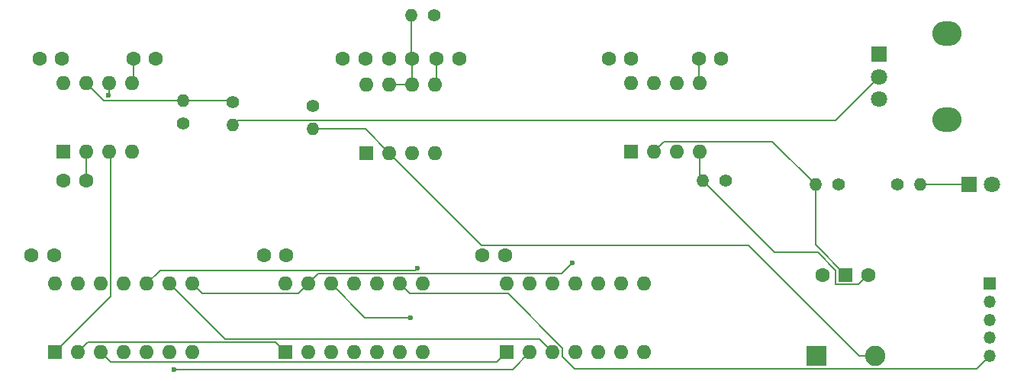
<source format=gbr>
%TF.GenerationSoftware,KiCad,Pcbnew,8.0.2*%
%TF.CreationDate,2024-05-25T18:25:13-04:00*%
%TF.ProjectId,8bc_clock,3862635f-636c-46f6-936b-2e6b69636164,3.0*%
%TF.SameCoordinates,Original*%
%TF.FileFunction,Copper,L1,Top*%
%TF.FilePolarity,Positive*%
%FSLAX46Y46*%
G04 Gerber Fmt 4.6, Leading zero omitted, Abs format (unit mm)*
G04 Created by KiCad (PCBNEW 8.0.2) date 2024-05-25 18:25:13*
%MOMM*%
%LPD*%
G01*
G04 APERTURE LIST*
%TA.AperFunction,ComponentPad*%
%ADD10C,1.400000*%
%TD*%
%TA.AperFunction,ComponentPad*%
%ADD11O,1.400000X1.400000*%
%TD*%
%TA.AperFunction,ComponentPad*%
%ADD12R,1.600000X1.600000*%
%TD*%
%TA.AperFunction,ComponentPad*%
%ADD13O,1.600000X1.600000*%
%TD*%
%TA.AperFunction,ComponentPad*%
%ADD14O,3.240000X2.720000*%
%TD*%
%TA.AperFunction,ComponentPad*%
%ADD15R,1.800000X1.800000*%
%TD*%
%TA.AperFunction,ComponentPad*%
%ADD16C,1.800000*%
%TD*%
%TA.AperFunction,ComponentPad*%
%ADD17C,1.600000*%
%TD*%
%TA.AperFunction,ComponentPad*%
%ADD18R,1.350000X1.350000*%
%TD*%
%TA.AperFunction,ComponentPad*%
%ADD19O,1.350000X1.350000*%
%TD*%
%TA.AperFunction,ComponentPad*%
%ADD20R,2.250000X2.250000*%
%TD*%
%TA.AperFunction,ComponentPad*%
%ADD21C,2.250000*%
%TD*%
%TA.AperFunction,ComponentPad*%
%ADD22R,1.500000X1.500000*%
%TD*%
%TA.AperFunction,ViaPad*%
%ADD23C,0.600000*%
%TD*%
%TA.AperFunction,Conductor*%
%ADD24C,0.200000*%
%TD*%
G04 APERTURE END LIST*
D10*
%TO.P,R6,1*%
%TO.N,VCC*%
X247720000Y-46500000D03*
D11*
%TO.P,R6,2*%
%TO.N,Net-(SW2-A)*%
X245180000Y-46500000D03*
%TD*%
D12*
%TO.P,U6,1,1A*%
%TO.N,Net-(U4A-1Y)*%
X210960000Y-65120000D03*
D13*
%TO.P,U6,2,1B*%
%TO.N,Net-(U4B-2Y)*%
X213500000Y-65120000D03*
%TO.P,U6,3,1Y*%
%TO.N,Net-(U4C-3A)*%
X216040000Y-65120000D03*
%TO.P,U6,4,2A*%
%TO.N,unconnected-(U6B-2A-Pad4)*%
X218580000Y-65120000D03*
%TO.P,U6,5,2B*%
%TO.N,unconnected-(U6B-2B-Pad5)*%
X221120000Y-65120000D03*
%TO.P,U6,6,2Y*%
%TO.N,unconnected-(U6B-2Y-Pad6)*%
X223660000Y-65120000D03*
%TO.P,U6,7,GND*%
%TO.N,GND*%
X226200000Y-65120000D03*
%TO.P,U6,8,3Y*%
%TO.N,unconnected-(U6C-3Y-Pad8)*%
X226200000Y-57500000D03*
%TO.P,U6,9,3A*%
%TO.N,unconnected-(U6C-3A-Pad9)*%
X223660000Y-57500000D03*
%TO.P,U6,10,3B*%
%TO.N,unconnected-(U6C-3B-Pad10)*%
X221120000Y-57500000D03*
%TO.P,U6,11,4Y*%
%TO.N,unconnected-(U6D-4Y-Pad11)*%
X218580000Y-57500000D03*
%TO.P,U6,12,4A*%
%TO.N,unconnected-(U6D-4A-Pad12)*%
X216040000Y-57500000D03*
%TO.P,U6,13,4B*%
%TO.N,unconnected-(U6D-4B-Pad13)*%
X213500000Y-57500000D03*
%TO.P,U6,14,VCC*%
%TO.N,VCC*%
X210960000Y-57500000D03*
%TD*%
D14*
%TO.P,RV1,*%
%TO.N,*%
X259775000Y-29700000D03*
X259775000Y-39300000D03*
D15*
%TO.P,RV1,1,1*%
%TO.N,Net-(U1-THR)*%
X252275000Y-32000000D03*
D16*
%TO.P,RV1,2,2*%
%TO.N,Net-(R2-Pad2)*%
X252275000Y-34500000D03*
%TO.P,RV1,3,3*%
%TO.N,unconnected-(RV1-Pad3)*%
X252275000Y-37000000D03*
%TD*%
D15*
%TO.P,D1,1,K*%
%TO.N,Net-(D1-K)*%
X262225000Y-46500000D03*
D16*
%TO.P,D1,2,A*%
%TO.N,/CLK*%
X264765000Y-46500000D03*
%TD*%
D12*
%TO.P,U3,1,GND*%
%TO.N,GND*%
X224700000Y-42800000D03*
D13*
%TO.P,U3,2,TR*%
%TO.N,Net-(SW2-A)*%
X227240000Y-42800000D03*
%TO.P,U3,3,Q*%
%TO.N,Net-(U3-Q)*%
X229780000Y-42800000D03*
%TO.P,U3,4,R*%
%TO.N,Net-(SW2-C)*%
X232320000Y-42800000D03*
%TO.P,U3,5,CV*%
%TO.N,Net-(U3-CV)*%
X232320000Y-35180000D03*
%TO.P,U3,6,THR*%
%TO.N,GND*%
X229780000Y-35180000D03*
%TO.P,U3,7,DIS*%
%TO.N,unconnected-(U3-DIS-Pad7)*%
X227240000Y-35180000D03*
%TO.P,U3,8,VCC*%
%TO.N,VCC*%
X224700000Y-35180000D03*
%TD*%
D17*
%TO.P,C1,1*%
%TO.N,GND*%
X159070000Y-32500000D03*
%TO.P,C1,2*%
%TO.N,VCC*%
X161570000Y-32500000D03*
%TD*%
%TO.P,C6,1*%
%TO.N,GND*%
X208210000Y-54320000D03*
%TO.P,C6,2*%
%TO.N,VCC*%
X210710000Y-54320000D03*
%TD*%
D10*
%TO.P,R5,1*%
%TO.N,VCC*%
X235220000Y-46000000D03*
D11*
%TO.P,R5,2*%
%TO.N,Net-(SW2-C)*%
X232680000Y-46000000D03*
%TD*%
D10*
%TO.P,R1,1*%
%TO.N,VCC*%
X175000000Y-39720000D03*
D11*
%TO.P,R1,2*%
%TO.N,Net-(U1-DIS)*%
X175000000Y-37180000D03*
%TD*%
D10*
%TO.P,R3,1*%
%TO.N,VCC*%
X189420000Y-37780000D03*
D11*
%TO.P,R3,2*%
%TO.N,Net-(U2-TR)*%
X189420000Y-40320000D03*
%TD*%
D17*
%TO.P,C2,1*%
%TO.N,GND*%
X192750000Y-32500000D03*
%TO.P,C2,2*%
%TO.N,VCC*%
X195250000Y-32500000D03*
%TD*%
%TO.P,C7,1*%
%TO.N,Net-(U1-CV)*%
X169500000Y-32500000D03*
%TO.P,C7,2*%
%TO.N,GND*%
X172000000Y-32500000D03*
%TD*%
%TO.P,C4,1*%
%TO.N,GND*%
X158210000Y-54320000D03*
%TO.P,C4,2*%
%TO.N,VCC*%
X160710000Y-54320000D03*
%TD*%
%TO.P,C10,1*%
%TO.N,Net-(U2-DIS)*%
X200420000Y-32500000D03*
%TO.P,C10,2*%
%TO.N,GND*%
X197920000Y-32500000D03*
%TD*%
D10*
%TO.P,R4,1*%
%TO.N,VCC*%
X202900000Y-27700000D03*
D11*
%TO.P,R4,2*%
%TO.N,Net-(U2-DIS)*%
X200360000Y-27700000D03*
%TD*%
D18*
%TO.P,J1,1,Pin_1*%
%TO.N,VCC*%
X264500000Y-57500000D03*
D19*
%TO.P,J1,2,Pin_2*%
%TO.N,GND*%
X264500000Y-59500000D03*
%TO.P,J1,3,Pin_3*%
%TO.N,/CLK*%
X264500000Y-61500000D03*
%TO.P,J1,4,Pin_4*%
%TO.N,/~{CLK}*%
X264500000Y-63500000D03*
%TO.P,J1,5,Pin_5*%
%TO.N,/HLT*%
X264500000Y-65500000D03*
%TD*%
D20*
%TO.P,SW1,1,1*%
%TO.N,GND*%
X245290000Y-65500000D03*
D21*
%TO.P,SW1,2,2*%
%TO.N,Net-(U2-TR)*%
X251790000Y-65500000D03*
%TD*%
D17*
%TO.P,C3,1*%
%TO.N,GND*%
X222250000Y-32500000D03*
%TO.P,C3,2*%
%TO.N,VCC*%
X224750000Y-32500000D03*
%TD*%
D12*
%TO.P,U5,1,1A*%
%TO.N,Net-(U3-Q)*%
X186335000Y-65120000D03*
D13*
%TO.P,U5,2,1Y*%
%TO.N,Net-(U4B-2A)*%
X188875000Y-65120000D03*
%TO.P,U5,3,2A*%
%TO.N,unconnected-(U5B-2A-Pad3)*%
X191415000Y-65120000D03*
%TO.P,U5,4,2Y*%
%TO.N,unconnected-(U5B-2Y-Pad4)*%
X193955000Y-65120000D03*
%TO.P,U5,5,3A*%
%TO.N,unconnected-(U5C-3A-Pad5)*%
X196495000Y-65120000D03*
%TO.P,U5,6,3Y*%
%TO.N,unconnected-(U5C-3Y-Pad6)*%
X199035000Y-65120000D03*
%TO.P,U5,7,GND*%
%TO.N,GND*%
X201575000Y-65120000D03*
%TO.P,U5,8,4Y*%
%TO.N,Net-(U4C-3B)*%
X201575000Y-57500000D03*
%TO.P,U5,9,4A*%
%TO.N,/HLT*%
X199035000Y-57500000D03*
%TO.P,U5,10,5Y*%
%TO.N,unconnected-(U5E-5Y-Pad10)*%
X196495000Y-57500000D03*
%TO.P,U5,11,5A*%
%TO.N,unconnected-(U5E-5A-Pad11)*%
X193955000Y-57500000D03*
%TO.P,U5,12,6Y*%
%TO.N,/~{CLK}*%
X191415000Y-57500000D03*
%TO.P,U5,13,6A*%
%TO.N,/CLK*%
X188875000Y-57500000D03*
%TO.P,U5,14,VCC*%
%TO.N,VCC*%
X186335000Y-57500000D03*
%TD*%
D10*
%TO.P,R2,1*%
%TO.N,Net-(U1-DIS)*%
X180500000Y-37280000D03*
D11*
%TO.P,R2,2*%
%TO.N,Net-(R2-Pad2)*%
X180500000Y-39820000D03*
%TD*%
D17*
%TO.P,C5,1*%
%TO.N,GND*%
X183960000Y-54320000D03*
%TO.P,C5,2*%
%TO.N,VCC*%
X186460000Y-54320000D03*
%TD*%
D12*
%TO.P,U1,1,GND*%
%TO.N,GND*%
X161700000Y-42800000D03*
D13*
%TO.P,U1,2,TR*%
%TO.N,Net-(U1-THR)*%
X164240000Y-42800000D03*
%TO.P,U1,3,Q*%
%TO.N,Net-(U1-Q)*%
X166780000Y-42800000D03*
%TO.P,U1,4,R*%
%TO.N,VCC*%
X169320000Y-42800000D03*
%TO.P,U1,5,CV*%
%TO.N,Net-(U1-CV)*%
X169320000Y-35180000D03*
%TO.P,U1,6,THR*%
%TO.N,Net-(U1-THR)*%
X166780000Y-35180000D03*
%TO.P,U1,7,DIS*%
%TO.N,Net-(U1-DIS)*%
X164240000Y-35180000D03*
%TO.P,U1,8,VCC*%
%TO.N,VCC*%
X161700000Y-35180000D03*
%TD*%
D17*
%TO.P,C8,1*%
%TO.N,Net-(U1-THR)*%
X164250000Y-46000000D03*
%TO.P,C8,2*%
%TO.N,GND*%
X161750000Y-46000000D03*
%TD*%
%TO.P,C9,1*%
%TO.N,Net-(U2-CV)*%
X203170000Y-32500000D03*
%TO.P,C9,2*%
%TO.N,GND*%
X205670000Y-32500000D03*
%TD*%
%TO.P,C11,1*%
%TO.N,Net-(U3-CV)*%
X232250000Y-32500000D03*
%TO.P,C11,2*%
%TO.N,GND*%
X234750000Y-32500000D03*
%TD*%
D22*
%TO.P,SW2,1,A*%
%TO.N,Net-(SW2-A)*%
X248500000Y-56500000D03*
D17*
%TO.P,SW2,2,B*%
%TO.N,GND*%
X245960000Y-56500000D03*
%TO.P,SW2,3,C*%
%TO.N,Net-(SW2-C)*%
X251040000Y-56500000D03*
%TD*%
D12*
%TO.P,U2,1,GND*%
%TO.N,GND*%
X195380000Y-43000000D03*
D13*
%TO.P,U2,2,TR*%
%TO.N,Net-(U2-TR)*%
X197920000Y-43000000D03*
%TO.P,U2,3,Q*%
%TO.N,Net-(U2-Q)*%
X200460000Y-43000000D03*
%TO.P,U2,4,R*%
%TO.N,VCC*%
X203000000Y-43000000D03*
%TO.P,U2,5,CV*%
%TO.N,Net-(U2-CV)*%
X203000000Y-35380000D03*
%TO.P,U2,6,THR*%
%TO.N,Net-(U2-DIS)*%
X200460000Y-35380000D03*
%TO.P,U2,7,DIS*%
X197920000Y-35380000D03*
%TO.P,U2,8,VCC*%
%TO.N,VCC*%
X195380000Y-35380000D03*
%TD*%
D10*
%TO.P,R7,1*%
%TO.N,GND*%
X254280000Y-46500000D03*
D11*
%TO.P,R7,2*%
%TO.N,Net-(D1-K)*%
X256820000Y-46500000D03*
%TD*%
D12*
%TO.P,U4,1,1A*%
%TO.N,Net-(U1-Q)*%
X160835000Y-65120000D03*
D13*
%TO.P,U4,2,1B*%
%TO.N,Net-(U3-Q)*%
X163375000Y-65120000D03*
%TO.P,U4,3,1Y*%
%TO.N,Net-(U4A-1Y)*%
X165915000Y-65120000D03*
%TO.P,U4,4,2A*%
%TO.N,Net-(U4B-2A)*%
X168455000Y-65120000D03*
%TO.P,U4,5,2B*%
%TO.N,Net-(U2-Q)*%
X170995000Y-65120000D03*
%TO.P,U4,6,2Y*%
%TO.N,Net-(U4B-2Y)*%
X173535000Y-65120000D03*
%TO.P,U4,7,GND*%
%TO.N,GND*%
X176075000Y-65120000D03*
%TO.P,U4,8,3Y*%
%TO.N,/CLK*%
X176075000Y-57500000D03*
%TO.P,U4,9,3A*%
%TO.N,Net-(U4C-3A)*%
X173535000Y-57500000D03*
%TO.P,U4,10,3B*%
%TO.N,Net-(U4C-3B)*%
X170995000Y-57500000D03*
%TO.P,U4,11,4Y*%
%TO.N,unconnected-(U4D-4Y-Pad11)*%
X168455000Y-57500000D03*
%TO.P,U4,12,4A*%
%TO.N,unconnected-(U4D-4A-Pad12)*%
X165915000Y-57500000D03*
%TO.P,U4,13,4B*%
%TO.N,unconnected-(U4D-4B-Pad13)*%
X163375000Y-57500000D03*
%TO.P,U4,14,VCC*%
%TO.N,VCC*%
X160835000Y-57500000D03*
%TD*%
D23*
%TO.N,Net-(U1-THR)*%
X166733316Y-36580000D03*
%TO.N,/CLK*%
X218214265Y-55214265D03*
%TO.N,/~{CLK}*%
X200239583Y-61239581D03*
%TO.N,Net-(U4B-2Y)*%
X174000000Y-67000000D03*
%TO.N,Net-(U4C-3B)*%
X201000000Y-55800000D03*
%TD*%
D24*
%TO.N,VCC*%
X224750000Y-35130000D02*
X224700000Y-35180000D01*
X161570000Y-35050000D02*
X161700000Y-35180000D01*
X210710000Y-57250000D02*
X210960000Y-57500000D01*
X186460000Y-57375000D02*
X186335000Y-57500000D01*
X160710000Y-57375000D02*
X160835000Y-57500000D01*
%TO.N,Net-(U1-CV)*%
X169500000Y-32500000D02*
X169500000Y-35000000D01*
X169500000Y-35000000D02*
X169320000Y-35180000D01*
%TO.N,Net-(U1-THR)*%
X166780000Y-36533316D02*
X166733316Y-36580000D01*
X166780000Y-35180000D02*
X166780000Y-36533316D01*
X164240000Y-42800000D02*
X164240000Y-45990000D01*
X164240000Y-45990000D02*
X164250000Y-46000000D01*
%TO.N,Net-(U2-CV)*%
X203170000Y-35210000D02*
X203000000Y-35380000D01*
X203170000Y-32500000D02*
X203170000Y-35210000D01*
%TO.N,Net-(U2-DIS)*%
X200420000Y-32500000D02*
X200420000Y-35340000D01*
X200360000Y-32440000D02*
X200420000Y-32500000D01*
X200360000Y-27700000D02*
X200360000Y-32440000D01*
X200420000Y-35340000D02*
X200460000Y-35380000D01*
X200460000Y-35380000D02*
X197920000Y-35380000D01*
%TO.N,Net-(U3-CV)*%
X232250000Y-32500000D02*
X232250000Y-35110000D01*
X232250000Y-35110000D02*
X232320000Y-35180000D01*
%TO.N,Net-(D1-K)*%
X262225000Y-46500000D02*
X256820000Y-46500000D01*
%TO.N,/CLK*%
X189975000Y-56400000D02*
X188875000Y-57500000D01*
X218214265Y-55214265D02*
X217028530Y-56400000D01*
X187775000Y-58600000D02*
X177175000Y-58600000D01*
X188875000Y-57500000D02*
X187775000Y-58600000D01*
X177175000Y-58600000D02*
X176075000Y-57500000D01*
X217028530Y-56400000D02*
X189975000Y-56400000D01*
%TO.N,/~{CLK}*%
X195154581Y-61239581D02*
X191415000Y-57500000D01*
X200239583Y-61239581D02*
X195154581Y-61239581D01*
%TO.N,/HLT*%
X263075000Y-66925000D02*
X218489365Y-66925000D01*
X264500000Y-65500000D02*
X263075000Y-66925000D01*
X217140000Y-64640000D02*
X211100000Y-58600000D01*
X217140000Y-65575635D02*
X217140000Y-64640000D01*
X211100000Y-58600000D02*
X200135000Y-58600000D01*
X218489365Y-66925000D02*
X217140000Y-65575635D01*
X200135000Y-58600000D02*
X199035000Y-57500000D01*
%TO.N,Net-(U1-DIS)*%
X175000000Y-37180000D02*
X166240000Y-37180000D01*
X166240000Y-37180000D02*
X164240000Y-35180000D01*
X180400000Y-37180000D02*
X180500000Y-37280000D01*
X175000000Y-37180000D02*
X180400000Y-37180000D01*
%TO.N,Net-(R2-Pad2)*%
X252275000Y-34500000D02*
X247455000Y-39320000D01*
X247455000Y-39320000D02*
X181000000Y-39320000D01*
X181000000Y-39320000D02*
X180500000Y-39820000D01*
%TO.N,Net-(U2-TR)*%
X197920000Y-43000000D02*
X208140000Y-53220000D01*
X195240000Y-40320000D02*
X197920000Y-43000000D01*
X250000000Y-65500000D02*
X251790000Y-65500000D01*
X237720000Y-53220000D02*
X250000000Y-65500000D01*
X189420000Y-40320000D02*
X195240000Y-40320000D01*
X208140000Y-53220000D02*
X237720000Y-53220000D01*
%TO.N,Net-(SW2-C)*%
X249990000Y-57550000D02*
X251040000Y-56500000D01*
X240680000Y-54000000D02*
X245434314Y-54000000D01*
X245434314Y-54000000D02*
X247450000Y-56015686D01*
X232320000Y-45640000D02*
X232680000Y-46000000D01*
X232680000Y-46000000D02*
X240680000Y-54000000D01*
X247450000Y-57550000D02*
X249990000Y-57550000D01*
X232320000Y-42800000D02*
X232320000Y-45640000D01*
X247450000Y-56015686D02*
X247450000Y-57550000D01*
%TO.N,Net-(SW2-A)*%
X245180000Y-46500000D02*
X240380000Y-41700000D01*
X228340000Y-41700000D02*
X227240000Y-42800000D01*
X245180000Y-53180000D02*
X248500000Y-56500000D01*
X245180000Y-46500000D02*
X245180000Y-53180000D01*
X240380000Y-41700000D02*
X228340000Y-41700000D01*
%TO.N,Net-(U1-Q)*%
X167015000Y-43035000D02*
X167015000Y-58940000D01*
X167015000Y-58940000D02*
X160835000Y-65120000D01*
X166780000Y-42800000D02*
X167015000Y-43035000D01*
%TO.N,Net-(U3-Q)*%
X164475000Y-64020000D02*
X185235000Y-64020000D01*
X163375000Y-65120000D02*
X164475000Y-64020000D01*
X185235000Y-64020000D02*
X186335000Y-65120000D01*
%TO.N,Net-(U4A-1Y)*%
X167015000Y-66220000D02*
X165915000Y-65120000D01*
X209860000Y-66220000D02*
X167015000Y-66220000D01*
X210960000Y-65120000D02*
X209860000Y-66220000D01*
%TO.N,Net-(U4C-3A)*%
X216040000Y-65120000D02*
X214540000Y-63620000D01*
X214540000Y-63620000D02*
X179655000Y-63620000D01*
X179655000Y-63620000D02*
X173535000Y-57500000D01*
%TO.N,Net-(U4B-2Y)*%
X213500000Y-65120000D02*
X211620000Y-67000000D01*
X211620000Y-67000000D02*
X174000000Y-67000000D01*
%TO.N,Net-(U4C-3B)*%
X172495000Y-56000000D02*
X200800000Y-56000000D01*
X170995000Y-57500000D02*
X172495000Y-56000000D01*
X200800000Y-56000000D02*
X201000000Y-55800000D01*
%TD*%
M02*

</source>
